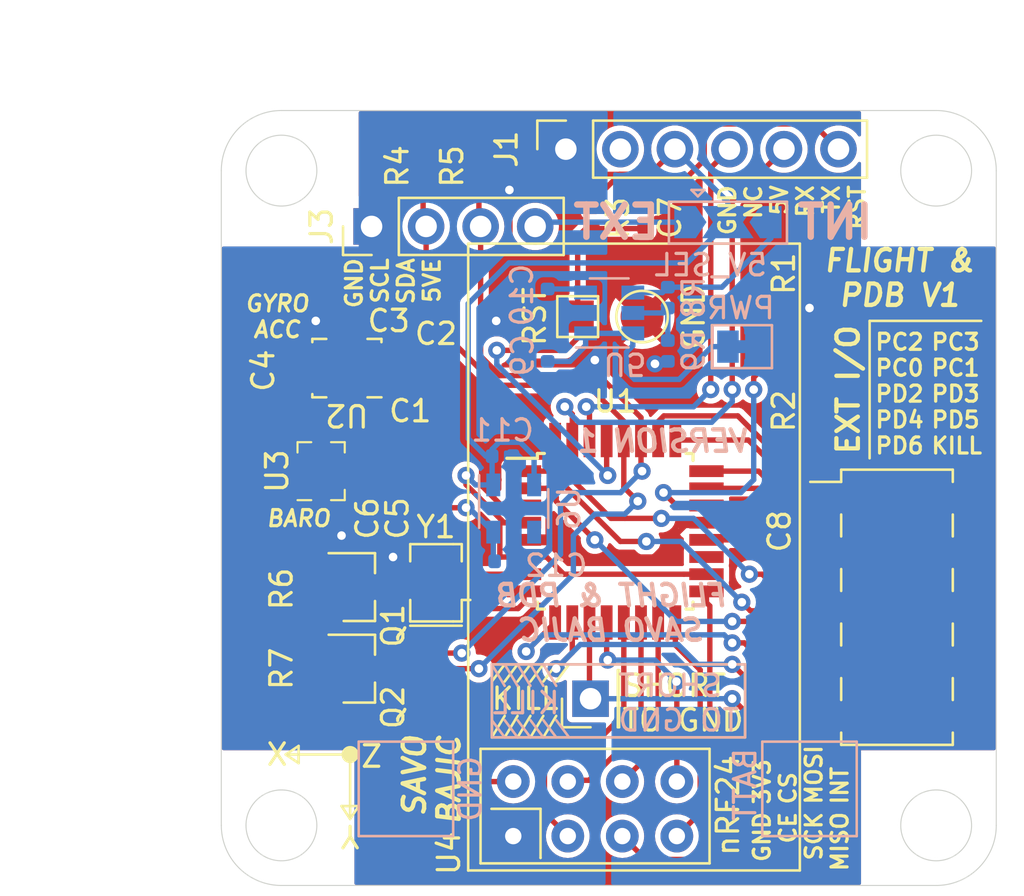
<source format=kicad_pcb>
(kicad_pcb (version 20221018) (generator pcbnew)
  (layers (0 "F.Cu" signal) (31 "B.Cu" signal) (34 "B.Paste" user) (35 "F.Paste" user) (36 "B.SilkS" user "B.Silkscreen") (37 "F.SilkS" user "F.Silkscreen") (38 "B.Mask" user) (39 "F.Mask" user) (44 "Edge.Cuts" user))
  (net 0 "")
  (net 1 "+3V3")
  (net 2 "GND")
  (net 3 "/SDA_5")
  (net 4 "/SDA_3")
  (net 5 "/SCL_5")
  (net 6 "/SCL_3")
  (net 7 "/RST")
  (net 8 "/BATT_LVL")
  (net 9 "+5V")
  (net 10 "Net-(U1-Pad8)")
  (net 11 "Net-(U1-Pad7)")
  (net 12 "Net-(C4-Pad2)")
  (net 13 "EXT_RST")
  (net 14 "TX")
  (net 15 "RX")
  (net 16 "/RF_INT")
  (net 17 "/SCK")
  (net 18 "/MISO")
  (net 19 "/MOSI")
  (net 20 "/RF_CS")
  (net 21 "/RF_CE")
  (net 22 "+BATT")
  (net 23 "Net-(C8-Pad2)")
  (net 24 "Net-(C10-Pad2)")
  (net 25 "+5F")
  (net 26 "KILL")
  (net 27 "PD6")
  (net 28 "PD5")
  (net 29 "PD4")
  (net 30 "PD3")
  (net 31 "PD2")
  (net 32 "PC3")
  (net 33 "PC2")
  (net 34 "PC1")
  (net 35 "Net-(JP1-Pad3)")
  (net 36 "Net-(R8-Pad2)")
  (net 37 "PC0")
  (net 38 "Net-(C9-Pad2)")
  (footprint "Package_TO_SOT_SMD:SOT-23" (layer "F.Cu") (at 88 133.6)
    (fp_text reference "Q1")
    (fp_text value "2N7002")
  )
  (footprint "Package_LGA:LGA-14_3x2.5mm_P0.5mm_LayoutBorder3x4y" (layer "F.Cu") (at 87.45 123.4 180)
    (fp_text reference "U2")
    (fp_text value "ICM-20600")
  )
  (footprint "Package_TO_SOT_SMD:SOT-23" (layer "F.Cu") (at 88 137.4)
    (fp_text reference "Q2")
    (fp_text value "2N7002")
  )
  (footprint "Package_LGA:Bosch_LGA-8_2x2.5mm_P0.65mm_ClockwisePinNumbering" (layer "F.Cu") (at 86.25 128.2 90)
    (fp_text reference "U3")
    (fp_text value "BMP280")
  )
  (footprint "RF_Module:nRF24L01_Breakout" (layer "F.Cu") (at 95.2 145.2 90)
    (fp_text reference "U4")
    (fp_text value "NRF24L01")
  )
  (footprint "Crystal:Resonator_SMD_muRata_CSTxExxV-3Pin_3.0x1.1mm" (layer "F.Cu") (at 91.6 133.4 90)
    (fp_text reference "Y1")
    (fp_text value "16MHz")
  )
  (footprint "Connector_PinSocket_2.54mm:PinSocket_1x06_P2.54mm_Vertical" (layer "F.Cu") (at 97.65 113.2 90)
    (fp_text reference "J1")
    (fp_text value "SERIAL_PROG")
  )
  (footprint "Capacitor_SMD:C_0402_1005Metric" (layer "F.Cu") (at 90.435 124.15)
    (fp_text reference "C1")
    (fp_text value "2u2")
  )
  (footprint "Capacitor_SMD:C_0402_1005Metric" (layer "F.Cu") (at 90.45 122.9)
    (fp_text reference "C2")
    (fp_text value "0u1")
  )
  (footprint "Capacitor_SMD:C_0402_1005Metric" (layer "F.Cu") (at 87.435 121.15 180)
    (fp_text reference "C3")
    (fp_text value "10n")
  )
  (footprint "Capacitor_SMD:C_0402_1005Metric" (layer "F.Cu") (at 84.8 123.515 -90)
    (fp_text reference "C4")
    (fp_text value "0u1")
  )
  (footprint "Capacitor_SMD:C_0402_1005Metric" (layer "F.Cu") (at 89.8 128.4 90)
    (fp_text reference "C5")
    (fp_text value "0u1")
  )
  (footprint "Capacitor_SMD:C_0402_1005Metric" (layer "F.Cu") (at 88.4 128.4 90)
    (fp_text reference "C6")
    (fp_text value "0u1")
  )
  (footprint "Capacitor_SMD:C_0402_1005Metric" (layer "F.Cu") (at 101.3 116.4 90)
    (fp_text reference "C7")
    (fp_text value "0u1")
  )
  (footprint "Resistor_SMD:R_0402_1005Metric" (layer "F.Cu") (at 107.8 121.085 -90)
    (fp_text reference "R1")
    (fp_text value "33k")
  )
  (footprint "Resistor_SMD:R_0402_1005Metric" (layer "F.Cu") (at 107.8 123.4 -90)
    (fp_text reference "R2")
    (fp_text value "10k")
  )
  (footprint "Resistor_SMD:R_0402_1005Metric" (layer "F.Cu") (at 98.9 116.415 -90)
    (fp_text reference "R3")
    (fp_text value "10k")
  )
  (footprint "Resistor_SMD:R_0402_1005Metric" (layer "F.Cu") (at 91 114 -90)
    (fp_text reference "R4")
    (fp_text value "10k")
  )
  (footprint "Resistor_SMD:R_0402_1005Metric" (layer "F.Cu") (at 85.6 133.685 -90)
    (fp_text reference "R6")
    (fp_text value "10k")
  )
  (footprint "Resistor_SMD:R_0402_1005Metric" (layer "F.Cu") (at 85.6 137.4 -90)
    (fp_text reference "R7")
    (fp_text value "10k")
  )
  (footprint "Capacitor_SMD:C_0402_1005Metric" (layer "F.Cu") (at 106.2 131 -90)
    (fp_text reference "C8")
    (fp_text value "0u1")
  )
  (footprint "Connector_PinHeader_2.54mm:PinHeader_1x04_P2.54mm_Vertical" (layer "F.Cu") (at 88.6 116.8 90)
    (fp_text reference "J3")
    (fp_text value "ESC_SDA")
  )
  (footprint "Connector_PinHeader_2.54mm:PinHeader_1x01_P2.54mm_Vertical" (layer "F.Cu") (at 98.8 138.8 90)
    (fp_text reference "J4" hide)
    (fp_text value "KILL_SWITCH")
  )
  (footprint "Connector_PinHeader_2.54mm:PinHeader_2x05_P2.54mm_Vertical_SMD" (layer "F.Cu") (at 113.075 134.54)
    (fp_text reference "J5" hide)
    (fp_text value "EXTRA_IO")
  )
  (footprint "TestPoint:TestPoint_Pad_1.5x1.5mm" (layer "F.Cu") (at 98.2 121)
    (fp_text reference "TP1" hide)
    (fp_text value "RST")
  )
  (footprint "TestPoint:TestPoint_Pad_D2.0mm" (layer "F.Cu") (at 101.2 121)
    (fp_text reference "TP3" hide)
    (fp_text value "GND")
  )
  (footprint "Package_QFP:TQFP-32_7x7mm_P0.8mm" (layer "F.Cu") (at 99.95 131)
    (fp_text reference "U1")
    (fp_text value "ATmega328P-AU")
  )
  (footprint "Resistor_SMD:R_0402_1005Metric" (layer "F.Cu") (at 93.6 114 -90)
    (fp_text reference "R5")
    (fp_text value "10k")
  )
  (footprint "Capacitor_SMD:C_0402_1005Metric" (layer "B.Cu") (at 96.8 122.6 -90)
    (fp_text reference "C9")
    (fp_text value "0u1")
  )
  (footprint "Capacitor_SMD:C_0402_1005Metric" (layer "B.Cu") (at 96.8 120.2 90)
    (fp_text reference "C10")
    (fp_text value "10n")
  )
  (footprint "Capacitor_SMD:C_0402_1005Metric" (layer "B.Cu") (at 94.7 127.5)
    (fp_text reference "C11")
    (fp_text value "1u")
  )
  (footprint "Capacitor_SMD:C_0402_1005Metric" (layer "B.Cu") (at 94.815 132.4)
    (fp_text reference "C12")
    (fp_text value "1u")
  )
  (footprint "Jumper:SolderJumper-3_P2.0mm_Open_TrianglePad1.0x1.5mm" (layer "B.Cu") (at 105.2 116.6)
    (fp_text reference "JP1" hide)
    (fp_text value "5V_SEL")
  )
  (footprint "Resistor_SMD:R_0402_1005Metric" (layer "B.Cu") (at 102.4 120.115 -90)
    (fp_text reference "R8")
    (fp_text value "30k")
  )
  (footprint "Resistor_SMD:R_0402_1005Metric" (layer "B.Cu") (at 102.4 122.6 -90)
    (fp_text reference "R9")
    (fp_text value "10k")
  )
  (footprint "Package_TO_SOT_SMD:SOT-23-6" (layer "B.Cu") (at 99.67 120.83)
    (fp_text reference "U5")
    (fp_text value "NJM11100")
  )
  (footprint "Package_TO_SOT_SMD:SOT-23-5" (layer "B.Cu") (at 95.22 129.94 -90)
    (fp_text reference "U6")
    (fp_text value "MIC5504-3.3YM5")
  )
  (footprint "TestPoint:TestPoint_Pad_4.0x4.0mm" (layer "B.Cu") (at 109 143)
    (fp_text reference "TP2" hide)
    (fp_text value "BATT")
  )
  (footprint "TestPoint:TestPoint_Pad_4.0x4.0mm" (layer "B.Cu") (at 90.2 143)
    (fp_text reference "TP4" hide)
    (fp_text value "GND")
  )
  (footprint "Jumper:SolderJumper-2_P1.3mm_Bridged_Pad1.0x1.5mm" (layer "B.Cu") (at 105.85 122.4)
    (fp_text reference "JP2" hide)
    (fp_text value "PWR")
  )
  (gr_line (start 106 137.2) (end 106 140.6) (stroke (width 0.12)) (layer "B.SilkS"))
  (gr_line (start 106 140.6) (end 94.2 140.6) (stroke (width 0.12)) (layer "B.SilkS"))
  (gr_line (start 94.2 137.2) (end 106 137.2) (stroke (width 0.12)) (layer "B.SilkS"))
  (gr_line (start 96 139.8) (end 96.6 140.6) (stroke (width 0.12)) (layer "B.SilkS"))
  (gr_line (start 94.8 137.2) (end 95.4 138.2) (stroke (width 0.12)) (layer "B.SilkS"))
  (gr_line (start 94.2 140.4) (end 94.2 137.4) (stroke (width 0.12)) (layer "B.SilkS"))
  (gr_line (start 97.2 139.8) (end 97.8 140.6) (stroke (width 0.12)) (layer "B.SilkS"))
  (gr_line (start 94.2 137.2) (end 94.8 138.2) (stroke (width 0.12)) (layer "B.SilkS"))
  (gr_line (start 95.4 139.8) (end 96 140.6) (stroke (width 0.12)) (layer "B.SilkS"))
  (gr_line (start 94.8 140.6) (end 95.2 140.6) (stroke (width 0.12)) (layer "B.SilkS"))
  (gr_line (start 96.6 137.2) (end 97.2 138.2) (stroke (width 0.12)) (layer "B.SilkS"))
  (gr_line (start 94.2 140.6) (end 94.2 137.2) (stroke (width 0.12)) (layer "B.SilkS"))
  (gr_line (start 96 137.2) (end 96.6 138.2) (stroke (width 0.12)) (layer "B.SilkS"))
  (gr_line (start 94.8 139.8) (end 95.4 140.6) (stroke (width 0.12)) (layer "B.SilkS"))
  (gr_line (start 96.6 139.8) (end 97.2 140.6) (stroke (width 0.12)) (layer "B.SilkS"))
  (gr_line (start 95.4 137.2) (end 96 138.2) (stroke (width 0.12)) (layer "B.SilkS"))
  (gr_line (start 94.2 139.8) (end 94.8 140.6) (stroke (width 0.12)) (layer "B.SilkS"))
  (gr_line (start 85.2 141.8) (end 84.6 141.4) (stroke (width 0.12)) (layer "F.SilkS"))
  (gr_line (start 87.6 141.4) (end 84.6 141.4) (stroke (width 0.12)) (layer "F.SilkS"))
  (gr_line (start 87.2 143.8) (end 87.6 144.4) (stroke (width 0.12)) (layer "F.SilkS"))
  (gr_line (start 106 137.2) (end 94.2 137.2) (stroke (width 0.12)) (layer "F.SilkS"))
  (gr_line (start 94.8 138) (end 95.4 137.2) (stroke (width 0.12)) (layer "F.SilkS"))
  (gr_line (start 95.4 138) (end 96 137.2) (stroke (width 0.12)) (layer "F.SilkS"))
  (gr_line (start 96 138) (end 96.6 137.2) (stroke (width 0.12)) (layer "F.SilkS"))
  (gr_line (start 96.6 138) (end 97.2 137.2) (stroke (width 0.12)) (layer "F.SilkS"))
  (gr_line (start 97.2 138) (end 97.8 137.2) (stroke (width 0.12)) (layer "F.SilkS"))
  (gr_line (start 94.8 140.6) (end 95.4 139.6) (stroke (width 0.12)) (layer "F.SilkS"))
  (gr_line (start 95.4 140.6) (end 96 139.6) (stroke (width 0.12)) (layer "F.SilkS"))
  (gr_line (start 96 140.6) (end 96.6 139.6) (stroke (width 0.12)) (layer "F.SilkS"))
  (gr_line (start 96.6 140.6) (end 97.2 139.6) (stroke (width 0.12)) (layer "F.SilkS"))
  (gr_line (start 84.6 141.4) (end 85.2 141) (stroke (width 0.12)) (layer "F.SilkS"))
  (gr_line (start 94.2 140.6) (end 106 140.6) (stroke (width 0.12)) (layer "F.SilkS"))
  (gr_line (start 87.6 141.4) (end 87.6 144.4) (stroke (width 0.12)) (layer "F.SilkS"))
  (gr_line (start 88 143.8) (end 87.2 143.8) (stroke (width 0.12)) (layer "F.SilkS"))
  (gr_circle (center 87.6 141.4) (end 87.6 141.6) (stroke (width 0.4)) (fill none) (layer "F.SilkS"))
  (gr_line (start 94.2 138) (end 94.8 137.2) (stroke (width 0.12)) (layer "F.SilkS"))
  (gr_line (start 111.8 121.2) (end 117 121.2) (stroke (width 0.12)) (layer "F.SilkS"))
  (gr_line (start 94.8 137.2) (end 95.2 137.2) (stroke (width 0.12)) (layer "F.SilkS"))
  (gr_line (start 111.8 127.6) (end 111.8 121.2) (stroke (width 0.12)) (layer "F.SilkS"))
  (gr_line (start 94.2 140.6) (end 94.8 139.6) (stroke (width 0.12)) (layer "F.SilkS"))
  (gr_line (start 106 140.6) (end 106 137.2) (stroke (width 0.12)) (layer "F.SilkS"))
  (gr_line (start 94.2 137.4) (end 94.2 140.4) (stroke (width 0.12)) (layer "F.SilkS"))
  (gr_line (start 85.2 141) (end 85.2 141.8) (stroke (width 0.12)) (layer "F.SilkS"))
  (gr_line (start 94.2 137.2) (end 94.2 140.6) (stroke (width 0.12)) (layer "F.SilkS"))
  (gr_line (start 87.6 144.4) (end 88 143.8) (stroke (width 0.12)) (layer "F.SilkS"))
  (gr_line (start 114.9 111.4) (end 84.4 111.4) (stroke (width 0.05)) (layer "Edge.Cuts"))
  (gr_arc (start 117.7 144.7) (mid 116.879899 146.679899) (end 114.9 147.5) (stroke (width 0.05)) (layer "Edge.Cuts"))
  (gr_line (start 117.7 144.7) (end 117.7 114.2) (stroke (width 0.05)) (layer "Edge.Cuts"))
  (gr_circle (center 114.9 144.7) (end 116.55 144.7) (stroke (width 0.05)) (fill none) (layer "Edge.Cuts"))
  (gr_circle (center 84.4 114.2) (end 86.05 114.2) (stroke (width 0.05)) (fill none) (layer "Edge.Cuts"))
  (gr_circle (center 114.9 114.2) (end 116.55 114.2) (stroke (width 0.05)) (fill none) (layer "Edge.Cuts"))
  (gr_line (start 81.6 114.2) (end 81.6 144.7) (stroke (width 0.05)) (layer "Edge.Cuts"))
  (gr_arc (start 114.9 111.4) (mid 116.879899 112.220101) (end 117.7 114.2) (stroke (width 0.05)) (layer "Edge.Cuts"))
  (gr_arc (start 84.4 147.5) (mid 82.420101 146.679899) (end 81.6 144.7) (stroke (width 0.05)) (layer "Edge.Cuts"))
  (gr_arc (start 81.6 114.2) (mid 82.420101 112.220101) (end 84.4 111.4) (stroke (width 0.05)) (layer "Edge.Cuts"))
  (gr_line (start 114.9 147.5) (end 84.4 147.5) (stroke (width 0.05)) (layer "Edge.Cuts"))
  (gr_circle (center 84.4 144.7) (end 86.05 144.7) (stroke (width 0.05)) (fill none) (layer "Edge.Cuts"))
  (gr_text "SHORT\nTO GND" (at 100 139) (layer "B.SilkS") (effects (font (size 1 1)) (justify right mirror)))
  (gr_text "KILL" (at 94.154762 139) (layer "B.SilkS") (effects (font (size 1 1)) (justify right mirror)))
  (gr_text "FLIGHT & PDB\nSAVO BAJIC" (at 99.8 134.8) (layer "B.SilkS") (effects (font (size 1 1) (thickness 0.2) italic) (justify mirror)))
  (gr_text "INT" (at 110.2 116.6) (layer "B.SilkS") (effects (font (size 1.5 1.5) (thickness 0.3)) (justify mirror)))
  (gr_text "VERSION 1" (at 102.2 126.8) (layer "B.SilkS") (effects (font (size 1 1) (thickness 0.2) italic) (justify mirror)))
  (gr_text "EXT" (at 100 116.6) (layer "B.SilkS") (effects (font (size 1.5 1.5) (thickness 0.3)) (justify mirror)))
  (gr_text "KILL" (at 97.4 138.8) (layer "F.SilkS") (effects (font (size 1 1)) (justify right)))
  (gr_text "SAVO\nBAJIC" (at 91.4 140.4 90) (layer "F.SilkS") (effects (font (size 1 1) (thickness 0.2) italic) (justify right)))
  (gr_text "nRF24" (at 105.2 146.2 90) (layer "F.SilkS") (effects (font (size 1 1)) (justify left)))
  (gr_text "GND\nSCL\nSDA\n5VE" (at 89.6 118.2 90) (layer "F.SilkS") (effects (font (size 0.75 0.75)) (justify right)))
  (gr_text "PC3\nPC1\nPD3\nPD5\nKILL" (at 114.6 124.6) (layer "F.SilkS") (effects (font (size 0.75 0.75)) (justify left)))
  (gr_text "BARO" (at 85.2 130.4) (layer "F.SilkS") (effects (font (size 0.75 0.75) (thickness 0.15) italic)))
  (gr_text "GND\nCE\nSCK\nMISO" (at 108.6 144 90) (layer "F.SilkS") (effects (font (size 0.75 0.75)) (justify right)))
  (gr_text "X" (at 84.2 141.4) (layer "F.SilkS") (effects (font (size 1 1))))
  (gr_text "EXT I/O" (at 110.8 124.4 90) (layer "F.SilkS") (effects (font (size 1 1) (thickness 0.2))))
  (gr_text "GYRO\nACC" (at 84.2 121) (layer "F.SilkS") (effects (font (size 0.75 0.75) (thickness 0.15) italic)))
  (gr_text "Z" (at 88.6 141.4 180) (layer "F.SilkS") (effects (font (size 1 1))))
  (gr_text "3V3\nCS\nMOSI\nINT" (at 108.6 143.8 90) (layer "F.SilkS") (effects (font (size 0.75 0.75)) (justify left)))
  (gr_text "SHORT\nTO GND" (at 100.2 139) (layer "F.SilkS") (effects (font (size 1 1)) (justify left)))
  (gr_text "GND\nNC\n5V\nRX\nTX\nRST" (at 108.2 114.8 90) (layer "F.SilkS") (effects (font (size 0.75 0.75)) (justify right)))
  (gr_text "FLIGHT &\nPDB V1" (at 113.2 119.2) (layer "F.SilkS") (effects (font (size 1 1) (thickness 0.2) italic)))
  (gr_text "PC2\nPC0\nPD2\nPD4\nPD6" (at 114.4 124.6) (layer "F.SilkS") (effects (font (size 0.75 0.75)) (justify right)))
  (gr_text "Y" (at 87.6 145.2 180) (layer "F.SilkS") (effects (font (size 1 1))))
  (segment (start 89.818232 127.915) (end 90.44501 128.541778) (width 0.25) (layer "F.Cu") (net 1))
  (segment (start 89.95 124.15) (end 89.95 122.915) (width 0.25) (layer "F.Cu") (net 1))
  (segment (start 85.299999 121.536001) (end 85.299999 120.863999) (width 0.2) (layer "F.Cu") (net 1))
  (segment (start 90.44501 128.541778) (end 90.44501 129.90499) (width 0.25) (layer "F.Cu") (net 1))
  (segment (start 89.8 127.915) (end 89.818232 127.915) (width 0.25) (layer "F.Cu") (net 1))
  (segment (start 85.663999 120.499999) (end 87.589999 120.499999) (width 0.2) (layer "F.Cu") (net 1))
  (segment (start 89.001048 124.17501) (end 88.6125 124.17501) (width 0.25) (layer "F.Cu") (net 1))
  (segment (start 86.2875 122.65) (end 86.2875 122.523502) (width 0.2) (layer "F.Cu") (net 1))
  (segment (start 89.95 122.915) (end 89.965 122.9) (width 0.25) (layer "F.Cu") (net 1))
  (segment (start 88.4 127.915) (end 87.09 127.915) (width 0.25) (layer "F.Cu") (net 1))
  (segment (start 86.460002 129.175) (end 85.810002 128.525) (width 0.25) (layer "F.Cu") (net 1))
  (segment (start 86.460002 127.875) (end 85.810002 128.525) (width 0.25) (layer "F.Cu") (net 1))
  (segment (start 87.7 136.45) (end 87 136.45) (width 0.25) (layer "F.Cu") (net 1))
  (segment (start 87.05 127.875) (end 86.460002 127.875) (width 0.25) (layer "F.Cu") (net 1))
  (segment (start 87.97501 122.098952) (end 87.97501 122.22499) (width 0.25) (layer "F.Cu") (net 1))
  (segment (start 87 136.45) (end 86.065 136.45) (width 0.25) (layer "F.Cu") (net 1))
  (segment (start 87.589999 120.499999) (end 87.92 120.83) (width 0.2) (layer "F.Cu") (net 1))
  (segment (start 87.775001 137.610003) (end 87.775001 136.374999) (width 0.25) (layer "F.Cu") (net 1))
  (segment (start 89.026058 124.15) (end 89.001048 124.17501) (width 0.25) (layer "F.Cu") (net 1))
  (segment (start 89.95 124.15) (end 89.026058 124.15) (width 0.25) (layer "F.Cu") (net 1))
  (segment (start 95.2 142.66) (end 92.824998 142.66) (width 0.25) (layer "F.Cu") (net 1))
  (segment (start 86.065 136.45) (end 85.6 136.915) (width 0.25) (layer "F.Cu") (net 1))
  (segment (start 87.92 122.043942) (end 87.97501 122.098952) (width 0.25) (layer "F.Cu") (net 1))
  (segment (start 85.299999 120.863999) (end 85.663999 120.499999) (width 0.2) (layer "F.Cu") (net 1))
  (segment (start 92.99501 129.90499) (end 93 129.9) (width 0.25) (layer "F.Cu") (net 1))
  (segment (start 87 132.65) (end 86.15 132.65) (width 0.25) (layer "F.Cu") (net 1))
  (segment (start 87.7 132.65) (end 87 132.65) (width 0.25) (layer "F.Cu") (net 1))
  (segment (start 86.15 132.65) (end 85.6 133.2) (width 0.25) (layer "F.Cu") (net 1))
  (segment (start 89.965 122.58) (end 89.965 122.9) (width 0.25) (layer "F.Cu") (net 1))
  (segment (start 86.2875 122.523502) (end 85.299999 121.536001) (width 0.2) (layer "F.Cu") (net 1))
  (segment (start 87.05 127.875) (end 87.05 127.225) (width 0.25) (layer "F.Cu") (net 1))
  (segment (start 88.4 127.915) (end 89.8 127.915) (width 0.25) (layer "F.Cu") (net 1))
  (segment (start 90.44501 129.90499) (end 92.99501 129.90499) (width 0.25) (layer "F.Cu") (net 1))
  (segment (start 88.07501 122.12499) (end 89.50999 122.12499) (width 0.25) (layer "F.Cu") (net 1))
  (segment (start 87.09 127.915) (end 87.05 127.875) (width 0.25) (layer "F.Cu") (net 1))
  (segment (start 87.05 127.225) (end 87.05 126.8) (width 0.25) (layer "F.Cu") (net 1))
  (segment (start 89.50999 122.12499) (end 89.965 122.58) (width 0.25) (layer "F.Cu") (net 1))
  (segment (start 87.92 121.15) (end 87.92 122.043942) (width 0.25) (layer "F.Cu") (net 1))
  (segment (start 87.92 120.83) (end 87.92 121.15) (width 0.2) (layer "F.Cu") (net 1))
  (segment (start 87.775001 132.725001) (end 87.775001 136.374999) (width 0.25) (layer "F.Cu") (net 1))
  (segment (start 90.44501 129.90499) (end 87.7 132.65) (width 0.25) (layer "F.Cu") (net 1))
  (segment (start 87.7 132.65) (end 87.775001 132.725001) (width 0.25) (layer "F.Cu") (net 1))
  (segment (start 85.810002 128.525) (end 85.45 128.525) (width 0.25) (layer "F.Cu") (net 1))
  (segment (start 87.05 126.8) (end 88.6125 125.2375) (width 0.25) (layer "F.Cu") (net 1))
  (segment (start 87.05 129.175) (end 86.460002 129.175) (width 0.25) (layer "F.Cu") (net 1))
  (segment (start 92.824998 142.66) (end 87.775001 137.610003) (width 0.25) (layer "F.Cu") (net 1))
  (segment (start 87.775001 136.374999) (end 87.7 136.45) (width 0.25) (layer "F.Cu") (net 1))
  (segment (start 87.97501 122.22499) (end 88.07501 122.12499) (width 0.25) (layer "F.Cu") (net 1))
  (segment (start 88.6125 125.2375) (end 88.6125 124.17501) (width 0.25) (layer "F.Cu") (net 1))
  (via (at 93 129.9) (size 0.8) (drill 0.4) (layers "F.Cu" "B.Cu") (net 1))
  (segment (start 94.27 131.04) (end 94.27 132.34) (width 0.25) (layer "B.Cu") (net 1))
  (segment (start 93 129.9) (end 93.13 129.9) (width 0.25) (layer "B.Cu") (net 1))
  (segment (start 93.13 129.9) (end 94.27 131.04) (width 0.25) (layer "B.Cu") (net 1))
  (segment (start 94.27 132.34) (end 94.33 132.4) (width 0.25) (layer "B.Cu") (net 1))
  (segment (start 98.726999 132.200001) (end 101.739997 132.200001) (width 0.25) (layer "F.Cu") (net 2))
  (segment (start 91.6 133.4) (end 90.4 133.4) (width 0.25) (layer "F.Cu") (net 2))
  (segment (start 104.2 130.6) (end 106.115 130.6) (width 0.25) (layer "F.Cu") (net 2))
  (segment (start 106.115 130.6) (end 106.2 130.515) (width 0.25) (layer "F.Cu") (net 2))
  (segment (start 99.42499 122.6) (end 99.6 122.6) (width 0.25) (layer "F.Cu") (net 2))
  (segment (start 93.725001 126.660001) (end 91.215 124.15) (width 0.25) (layer "F.Cu") (net 2))
  (segment (start 90.4 133.4) (end 89.6 132.6) (width 0.25) (layer "F.Cu") (net 2))
  (segment (start 101.8 123.2) (end 100.2 123.2) (width 0.25) (layer "F.Cu") (net 2))
  (segment (start 86.323593 129.675001) (end 87.904999 129.675001) (width 0.25) (layer "F.Cu") (net 2))
  (segment (start 86.05 121.15) (end 86 121.2) (width 0.2) (layer "F.Cu") (net 2))
  (segment (start 96.24499 112.89499) (end 96.55 113.2) (width 0.25) (layer "F.Cu") (net 2))
  (segment (start 94.405 121.2) (end 95.044999 120.560001) (width 0.25) (layer "F.Cu") (net 2))
  (segment (start 96.825001 131.324999) (end 96.75 131.4) (width 0.25) (layer "F.Cu") (net 2))
  (segment (start 87.904999 129.675001) (end 88.4 129.18) (width 0.25) (layer "F.Cu") (net 2))
  (segment (start 85.45 129.175) (end 85.823592 129.175) (width 0.25) (layer "F.Cu") (net 2))
  (segment (start 95.044999 120.560001) (end 95.044999 115.124278) (width 0.25) (layer "F.Cu") (net 2))
  (segment (start 94.65 129.8) (end 93.725001 128.875001) (width 0.25) (layer "F.Cu") (net 2))
  (segment (start 90.935 124.135) (end 90.92 124.15) (width 0.25) (layer "F.Cu") (net 2))
  (segment (start 101.739997 132.200001) (end 103.339998 130.6) (width 0.25) (layer "F.Cu") (net 2))
  (segment (start 88.6 116.8) (end 88.6 114.926768) (width 0.25) (layer "F.Cu") (net 2))
  (segment (start 90.631778 112.89499) (end 96.24499 112.89499) (width 0.25) (layer "F.Cu") (net 2))
  (segment (start 88.6 114.926768) (end 90.631778 112.89499) (width 0.25) (layer "F.Cu") (net 2))
  (segment (start 89.6 132.6) (end 89.6 132.2) (width 0.25) (layer "F.Cu") (net 2))
  (segment (start 93.725001 128.875001) (end 93.725001 126.660001) (width 0.25) (layer "F.Cu") (net 2))
  (segment (start 86.95 122.4875) (end 87.45 122.4875) (width 0.2) (layer "F.Cu") (net 2))
  (segment (start 85.823592 129.175) (end 86.323593 129.675001) (width 0.25) (layer "F.Cu") (net 2))
  (segment (start 89.8 128.885) (end 88.4 128.885) (width 0.25) (layer "F.Cu") (net 2))
  (segment (start 87.05 128.525) (end 88.04 128.525) (width 0.25) (layer "F.Cu") (net 2))
  (segment (start 95.7 129.8) (end 96.560002 129.8) (width 0.25) (layer "F.Cu") (net 2))
  (segment (start 99 123.02499) (end 99.42499 122.6) (width 0.25) (layer "F.Cu") (net 2))
  (segment (start 86.95 121.15) (end 86.05 121.15) (width 0.2) (layer "F.Cu") (net 2))
  (segment (start 96.825001 130.064999) (end 96.825001 131.324999) (width 0.25) (layer "F.Cu") (net 2))
  (segment (start 96.560002 129.8) (end 96.825001 130.064999) (width 0.25) (layer "F.Cu") (net 2))
  (segment (start 96.55 113.2) (end 97.65 113.2) (width 0.25) (layer "F.Cu") (net 2))
  (segment (start 88.04 128.525) (end 88.4 128.885) (width 0.25) (layer "F.Cu") (net 2))
  (segment (start 97.926998 131.4) (end 98.726999 132.200001) (width 0.25) (layer "F.Cu") (net 2))
  (segment (start 100.2 123.2) (end 99.6 122.6) (width 0.25) (layer "F.Cu") (net 2))
  (segment (start 88.4 128.885) (end 88.4 130) (width 0.25) (layer "F.Cu") (net 2))
  (segment (start 95.7 131.4) (end 97.926998 131.4) (width 0.25) (layer "F.Cu") (net 2))
  (segment (start 88.4 130) (end 87.2 131.2) (width 0.25) (layer "F.Cu") (net 2))
  (segment (start 95.7 129.8) (end 94.65 129.8) (width 0.25) (layer "F.Cu") (net 2))
  (segment (start 95.044999 115.124278) (end 95.020722 115.100001) (width 0.25) (layer "F.Cu") (net 2))
  (segment (start 88.4 129.18) (end 88.4 128.885) (width 0.25) (layer "F.Cu") (net 2))
  (segment (start 91.215 124.15) (end 90.92 124.15) (width 0.25) (layer "F.Cu") (net 2))
  (segment (start 103.339998 130.6) (end 104.2 130.6) (width 0.25) (layer "F.Cu") (net 2))
  (segment (start 99.6 122.6) (end 101.2 121) (width 0.25) (layer "F.Cu") (net 2))
  (segment (start 96.75 131.4) (end 95.7 131.4) (width 0.25) (layer "F.Cu") (net 2))
  (segment (start 86.95 121.15) (end 86.95 122.4875) (width 0.2) (layer "F.Cu") (net 2))
  (segment (start 90.935 122.9) (end 90.935 124.135) (width 0.25) (layer "F.Cu") (net 2))
  (via (at 95.020722 115.100001) (size 0.8) (drill 0.4) (layers "F.Cu" "B.Cu") (net 2))
  (via (at 89.6 132.2) (size 0.8) (drill 0.4) (layers "F.Cu" "B.Cu") (net 2))
  (via (at 101.8 123.2) (size 0.8) (drill 0.4) (layers "F.Cu" "B.Cu") (net 2))
  (via (at 86 121.2) (size 0.8) (drill 0.4) (layers "F.Cu" "B.Cu") (net 2))
  (via (at 87.2 131.2) (size 0.8) (drill 0.4) (layers "F.Cu" "B.Cu") (net 2))
  (via (at 99 123.02499) (size 0.8) (drill 0.4) (layers "F.Cu" "B.Cu") (net 2))
  (via (at 94.405 121.2) (size 0.8) (drill 0.4) (layers "F.Cu" "B.Cu") (net 2))
  (segment (start 96.8 120.685) (end 94.92 120.685) (width 0.25) (layer "B.Cu") (net 2))
  (segment (start 88.2 132.2) (end 87.2 131.2) (width 0.25) (layer "B.Cu") (net 2))
  (segment (start 102.4 123.085) (end 101.915 123.085) (width 0.25) (layer "B.Cu") (net 2))
  (segment (start 96.431778 123.70501) (end 96.15499 123.428222) (width 0.25) (layer "B.Cu") (net 2))
  (segment (start 95.185 127.5) (end 95.185 128.805) (width 0.25) (layer "B.Cu") (net 2))
  (segment (start 97.65 114.3) (end 97.65 113.2) (width 0.25) (layer "B.Cu") (net 2))
  (segment (start 101.915 123.085) (end 101.8 123.2) (width 0.25) (layer "B.Cu") (net 2))
  (segment (start 87.2 131.2) (end 90.2 134.2) (width 0.25) (layer "B.Cu") (net 2))
  (segment (start 98.31998 123.70501) (end 99 123.02499) (width 0.25) (layer "B.Cu") (net 2))
  (segment (start 89.6 132.2) (end 88.2 132.2) (width 0.25) (layer "B.Cu") (net 2))
  (segment (start 98.245295 123.70501) (end 96.431778 123.70501) (width 0.25) (layer "B.Cu") (net 2))
  (segment (start 96.15499 123.428222) (end 96.15499 122.44001) (width 0.25) (layer "B.Cu") (net 2))
  (segment (start 95.3 128.92) (end 95.22 128.84) (width 0.25) (layer "B.Cu") (net 2))
  (segment (start 96.945 120.83) (end 96.8 120.685) (width 0.25) (layer "B.Cu") (net 2))
  (segment (start 96.15499 122.44001) (end 96.48 122.115) (width 0.25) (layer "B.Cu") (net 2))
  (segment (start 95.3 132.4) (end 95.3 128.92) (width 0.25) (layer "B.Cu") (net 2))
  (segment (start 98.57 120.83) (end 96.945 120.83) (width 0.25) (layer "B.Cu") (net 2))
  (segment (start 95.020722 115.100001) (end 96.849999 115.100001) (width 0.25) (layer "B.Cu") (net 2))
  (segment (start 96.8 122.115) (end 96.8 120.685) (width 0.25) (layer "B.Cu") (net 2))
  (segment (start 96.849999 115.100001) (end 97.65 114.3) (width 0.25) (layer "B.Cu") (net 2))
  (segment (start 95.185 128.805) (end 95.22 128.84) (width 0.25) (layer "B.Cu") (net 2))
  (segment (start 94.92 120.685) (end 94.405 121.2) (width 0.25) (layer "B.Cu") (net 2))
  (segment (start 90.2 134.2) (end 90.2 143) (width 0.25) (layer "B.Cu") (net 2))
  (segment (start 98.245295 123.70501) (end 98.31998 123.70501) (width 0.25) (layer "B.Cu") (net 2))
  (segment (start 96.48 122.115) (end 96.8 122.115) (width 0.25) (layer "B.Cu") (net 2))
  (segment (start 93.68 122.84359) (end 94.5864 123.74999) (width 0.25) (layer "F.Cu") (net 3))
  (segment (start 94.5864 123.74999) (end 99.19999 123.74999) (width 0.25) (layer "F.Cu") (net 3))
  (segment (start 89 133.6) (end 89 134.25) (width 0.25) (layer "F.Cu") (net 3))
  (segment (start 101.15 126.75) (end 101.15 128.15) (width 0.25) (layer "F.Cu") (net 3))
  (segment (start 89 134.25) (end 91.425 136.675) (width 0.25) (layer "F.Cu") (net 3))
  (segment (start 101.15 125.7) (end 101.15 126.75) (width 0.25) (layer "F.Cu") (net 3))
  (segment (start 99.19999 123.74999) (end 101.15 125.7) (width 0.25) (layer "F.Cu") (net 3))
  (segment (start 93.6 116.72) (end 93.68 116.8) (width 0.25) (layer "F.Cu") (net 3))
  (segment (start 93.68 121.92) (end 93.68 122.84359) (width 0.25) (layer "F.Cu") (net 3))
  (segment (start 91.425 136.675) (end 92.8 136.675) (width 0.25) (layer "F.Cu") (net 3))
  (segment (start 93.6 114.485) (end 93.6 116.72) (width 0.25) (layer "F.Cu") (net 3))
  (segment (start 93.68 116.8) (end 93.68 121.92) (width 0.25) (layer "F.Cu") (net 3))
  (segment (start 101.15 128.15) (end 101.2 128.2) (width 0.25) (layer "F.Cu") (net 3))
  (via (at 101.2 128.2) (size 0.8) (drill 0.4) (layers "F.Cu" "B.Cu") (net 3))
  (via (at 92.8 136.675) (size 0.8) (drill 0.4) (layers "F.Cu" "B.Cu") (net 3))
  (segment (start 100.2 129.2) (end 98 129.2) (width 0.25) (layer "B.Cu") (net 3))
  (segment (start 97.4 132.075) (end 97.4 129.8) (width 0.25) (layer "B.Cu") (net 3))
  (segment (start 100.274999 129.125001) (end 100.2 129.2) (width 0.25) (layer "B.Cu") (net 3))
  (segment (start 92.8 136.675) (end 97.4 132.075) (width 0.25) (layer "B.Cu") (net 3))
  (segment (start 98 129.2) (end 97.4 129.8) (width 0.25) (layer "B.Cu") (net 3))
  (segment (start 101.2 128.2) (end 100.274999 129.125001) (width 0.25) (layer "B.Cu") (net 3))
  (segment (start 85.858948 127.875) (end 86.499999 127.233949) (width 0.2) (layer "F.Cu") (net 4))
  (segment (start 87.95 124.815698) (end 87.95 124.625) (width 0.2) (layer "F.Cu") (net 4))
  (segment (start 85.28 134.17) (end 84.874999 133.764999) (width 0.25) (layer "F.Cu") (net 4))
  (segment (start 85.98 134.55) (end 85.6 134.17) (width 0.25) (layer "F.Cu") (net 4))
  (segment (start 84.95 127.875) (end 85.45 127.875) (width 0.25) (layer "F.Cu") (net 4))
  (segment (start 85.41 127.915) (end 85.45 127.875) (width 0.25) (layer "F.Cu") (net 4))
  (segment (start 85.45 127.875) (end 85.858948 127.875) (width 0.2) (layer "F.Cu") (net 4))
  (segment (start 86.499999 127.233949) (end 86.499999 126.265699) (width 0.2) (layer "F.Cu") (net 4))
  (segment (start 86.499999 126.265699) (end 87.95 124.815698) (width 0.2) (layer "F.Cu") (net 4))
  (segment (start 87 134.55) (end 85.98 134.55) (width 0.25) (layer "F.Cu") (net 4))
  (segment (start 84.874999 127.950001) (end 84.95 127.875) (width 0.25) (layer "F.Cu") (net 4))
  (segment (start 84.874999 133.764999) (end 84.874999 127.950001) (width 0.25) (layer "F.Cu") (net 4))
  (segment (start 87.95 124.625) (end 87.95 124.3125) (width 0.2) (layer "F.Cu") (net 4))
  (segment (start 85.6 134.17) (end 85.28 134.17) (width 0.25) (layer "F.Cu") (net 4))
  (segment (start 91 114.485) (end 91 116.66) (width 0.25) (layer "F.Cu") (net 5))
  (segment (start 91 116.66) (end 91.14 116.8) (width 0.25) (layer "F.Cu") (net 5))
  (segment (start 94.4 124.2) (end 91.14 120.94) (width 0.25) (layer "F.Cu") (net 5))
  (segment (start 89 137.4) (end 93.6 137.4) (width 0.25) (layer "F.Cu") (net 5))
  (segment (start 100.35 126.75) (end 100.35 128.95) (width 0.25) (layer "F.Cu") (net 5))
  (segment (start 98.673002 124.2) (end 94.4 124.2) (width 0.25) (layer "F.Cu") (net 5))
  (segment (start 100.35 128.95) (end 101 129.6) (width 0.25) (layer "F.Cu") (net 5))
  (segment (start 91.14 120.94) (end 91.14 116.8) (width 0.25) (layer "F.Cu") (net 5))
  (segment (start 100.35 126.75) (end 100.35 125.876998) (width 0.25) (layer "F.Cu") (net 5))
  (segment (start 100.35 125.876998) (end 98.673002 124.2) (width 0.25) (layer "F.Cu") (net 5))
  (via (at 93.6 137.4) (size 0.8) (drill 0.4) (layers "F.Cu" "B.Cu") (net 5))
  (via (at 101 129.6) (size 0.8) (drill 0.4) (layers "F.Cu" "B.Cu") (net 5))
  (segment (start 100.4 130.2) (end 99 130.2) (width 0.25) (layer "B.Cu") (net 5))
  (segment (start 98 131.2) (end 98 132.8) (width 0.25) (layer "B.Cu") (net 5))
  (segment (start 93.6 137.4) (end 98 133) (width 0.25) (layer "B.Cu") (net 5))
  (segment (start 101 129.6) (end 100.4 130.2) (width 0.25) (layer "B.Cu") (net 5))
  (segment (start 99 130.2) (end 98 131.2) (width 0.25) (layer "B.Cu") (net 5))
  (segment (start 98 133) (end 98 132.8) (width 0.25) (layer "B.Cu") (net 5))
  (segment (start 87.45 124.3125) (end 87.45 124.75) (width 0.2) (layer "F.Cu") (net 6))
  (segment (start 84.424989 137.029989) (end 85.28 137.885) (width 0.25) (layer "F.Cu") (net 6))
  (segment (start 87.45 124.75) (end 85.45 126.75) (width 0.2) (layer "F.Cu") (net 6))
  (segment (start 84.96359 127.225) (end 84.424989 127.763601) (width 0.25) (layer "F.Cu") (net 6))
  (segment (start 87 138.35) (end 86.065 138.35) (width 0.25) (layer "F.Cu") (net 6))
  (segment (start 84.424989 127.763601) (end 84.424989 137.029989) (width 0.25) (layer "F.Cu") (net 6))
  (segment (start 85.45 126.75) (end 85.45 127.225) (width 0.2) (layer "F.Cu") (net 6))
  (segment (start 86.065 138.35) (end 85.6 137.885) (width 0.25) (layer "F.Cu") (net 6))
  (segment (start 85.45 127.225) (end 85.425 127.225) (width 0.25) (layer "F.Cu") (net 6))
  (segment (start 85.45 127.225) (end 84.96359 127.225) (width 0.25) (layer "F.Cu") (net 6))
  (segment (start 85.28 137.885) (end 85.6 137.885) (width 0.25) (layer "F.Cu") (net 6))
  (segment (start 101.285 116.9) (end 101.3 116.885) (width 0.25) (layer "F.Cu") (net 7))
  (segment (start 94.433358 122.571642) (end 97.628358 122.571642) (width 0.25) (layer "F.Cu") (net 7))
  (segment (start 97.628358 122.571642) (end 98.2 122) (width 0.25) (layer "F.Cu") (net 7))
  (segment (start 98.2 117.28) (end 98.58 116.9) (width 0.25) (layer "F.Cu") (net 7))
  (segment (start 98.2 121) (end 98.2 117.28) (width 0.25) (layer "F.Cu") (net 7))
  (segment (start 98.9 116.9) (end 101.285 116.9) (width 0.25) (layer "F.Cu") (net 7))
  (segment (start 99.55 126.75) (end 99.55 128.35) (width 0.25) (layer "F.Cu") (net 7))
  (segment (start 98.58 116.9) (end 98.9 116.9) (width 0.25) (layer "F.Cu") (net 7))
  (segment (start 99.55 128.35) (end 99.6 128.4) (width 0.25) (layer "F.Cu") (net 7))
  (segment (start 98.2 122) (end 98.2 121) (width 0.25) (layer "F.Cu") (net 7))
  (via (at 94.433358 122.571642) (size 0.8) (drill 0.4) (layers "F.Cu" "B.Cu") (net 7))
  (via (at 99.6 128.4) (size 0.8) (drill 0.4) (layers "F.Cu" "B.Cu") (net 7))
  (segment (start 94.433358 123.233358) (end 94.433358 122.571642) (width 0.25) (layer "B.Cu") (net 7))
  (segment (start 99.6 128.4) (end 94.433358 123.233358) (width 0.25) (layer "B.Cu") (net 7))
  (segment (start 106.4 123.834315) (end 107.319315 122.915) (width 0.25) (layer "F.Cu") (net 8))
  (segment (start 107.48 122.915) (end 107.8 122.915) (width 0.25) (layer "F.Cu") (net 8))
  (segment (start 107.319315 122.915) (end 107.48 122.915) (width 0.25) (layer "F.Cu") (net 8))
  (segment (start 106.4 124.4) (end 106.4 123.834315) (width 0.25) (layer "F.Cu") (net 8))
  (segment (start 104.2 129.8) (end 102.8 129.8) (width 0.25) (layer "F.Cu") (net 8))
  (segment (start 107.8 121.57) (end 107.8 122.915) (width 0.25) (layer "F.Cu") (net 8))
  (segment (start 102.8 129.8) (end 102.2 129.2) (width 0.25) (layer "F.Cu") (net 8))
  (via (at 106.4 124.4) (size 0.8) (drill 0.4) (layers "F.Cu" "B.Cu") (net 8))
  (via (at 102.2 129.2) (size 0.8) (drill 0.4) (layers "F.Cu" "B.Cu") (net 8))
  (segment (start 102.2 129.2) (end 105.8 129.2) (width 0.25) (layer "B.Cu") (net 8))
  (segment (start 106.4 125) (end 106.4 124.4) (width 0.25) (layer "B.Cu") (net 8))
  (segment (start 106.4 128.6) (end 106.4 125) (width 0.25) (layer "B.Cu") (net 8))
  (segment (start 105.8 129.2) (end 106.4 128.6) (width 0.25) (layer "B.Cu") (net 8))
  (segment (start 94.574999 132.124999) (end 94.574999 130.675001) (width 0.25) (layer "F.Cu") (net 9))
  (segment (start 93 128.4) (end 93 128.826998) (width 0.25) (layer "F.Cu") (net 9))
  (segment (start 94.574999 130.675001) (end 94.65 130.6) (width 0.25) (layer "F.Cu") (net 9))
  (segment (start 91 113.515) (end 91.32 113.515) (width 0.25) (layer "F.Cu") (net 9))
  (segment (start 95.7 132.2) (end 94.65 132.2) (width 0.25) (layer "F.Cu") (net 9))
  (segment (start 98.9 115.635) (end 100.159999 114.375001) (width 0.25) (layer "F.Cu") (net 9))
  (segment (start 95.7 132.2) (end 96.75 132.2) (width 0.25) (layer "F.Cu") (net 9))
  (segment (start 94.65 130.6) (end 95.7 130.6) (width 0.25) (layer "F.Cu") (net 9))
  (segment (start 101.554999 114.375001) (end 100.959999 114.375001) (width 0.25) (layer "F.Cu") (net 9))
  (segment (start 94.780001 114.375001) (end 101.554999 114.375001) (width 0.25) (layer "F.Cu") (net 9))
  (segment (start 94.773002 130.6) (end 95.7 130.6) (width 0.25) (layer "F.Cu") (net 9))
  (segment (start 98.9 115.93) (end 98.9 115.635) (width 0.25) (layer "F.Cu") (net 9))
  (segment (start 101.880001 114.049999) (end 102.73 113.2) (width 0.25) (layer "F.Cu") (net 9))
  (segment (start 97.55 133) (end 103.15 133) (width 0.25) (layer "F.Cu") (net 9))
  (segment (start 94.65 132.2) (end 94.574999 132.124999) (width 0.25) (layer "F.Cu") (net 9))
  (segment (start 93 128.826998) (end 94.773002 130.6) (width 0.25) (layer "F.Cu") (net 9))
  (segment (start 96.75 132.2) (end 97.55 133) (width 0.25) (layer "F.Cu") (net 9))
  (segment (start 103.15 133) (end 104.2 133) (width 0.25) (layer "F.Cu") (net 9))
  (segment (start 93.6 113.515) (end 93.92 113.515) (width 0.25) (layer "F.Cu") (net 9))
  (segment (start 91.32 113.515) (end 93.6 113.515) (width 0.25) (layer "F.Cu") (net 9))
  (segment (start 100.159999 114.375001) (end 101.554999 114.375001) (width 0.25) (layer "F.Cu") (net 9))
  (segment (start 93.92 113.515) (end 94.780001 114.375001) (width 0.25) (layer "F.Cu") (net 9))
  (segment (start 101.554999 114.375001) (end 101.880001 114.049999) (width 0.25) (layer "F.Cu") (net 9))
  (via (at 93 128.4) (size 0.8) (drill 0.4) (layers "F.Cu" "B.Cu") (net 9))
  (segment (start 94.215 127.5) (end 94.215 127.18) (width 0.25) (layer "B.Cu") (net 9))
  (segment (start 96.17 128.06) (end 96.17 128.84) (width 0.25) (layer "B.Cu") (net 9))
  (segment (start 93.44 128.84) (end 93 128.4) (width 0.25) (layer "B.Cu") (net 9))
  (segment (start 93.92 127.5) (end 93.1 126.68) (width 0.25) (layer "B.Cu") (net 9))
  (segment (start 94.215 128.785) (end 94.27 128.84) (width 0.25) (layer "B.Cu") (net 9))
  (segment (start 103.3 118.5) (end 105.2 116.6) (width 0.25) (layer "B.Cu") (net 9))
  (segment (start 93.1 120.4) (end 95 118.5) (width 0.25) (layer "B.Cu") (net 9))
  (segment (start 94.27 128.84) (end 93.44 128.84) (width 0.25) (layer "B.Cu") (net 9))
  (segment (start 96.17 127.496768) (end 96.17 128.06) (width 0.25) (layer "B.Cu") (net 9))
  (segment (start 94.54001 126.85499) (end 95.528222 126.85499) (width 0.25) (layer "B.Cu") (net 9))
  (segment (start 95 118.5) (end 103.3 118.5) (width 0.25) (layer "B.Cu") (net 9))
  (segment (start 94.215 127.5) (end 93.92 127.5) (width 0.25) (layer "B.Cu") (net 9))
  (segment (start 93.1 126.68) (end 93.1 120.4) (width 0.25) (layer "B.Cu") (net 9))
  (segment (start 102.73 113.2) (end 105.2 115.67) (width 0.25) (layer "B.Cu") (net 9))
  (segment (start 94.215 127.18) (end 94.54001 126.85499) (width 0.25) (layer "B.Cu") (net 9))
  (segment (start 94.215 127.5) (end 94.215 128.785) (width 0.25) (layer "B.Cu") (net 9))
  (segment (start 95.528222 126.85499) (end 96.17 127.496768) (width 0.25) (layer "B.Cu") (net 9))
  (segment (start 105.2 115.67) (end 105.2 116.6) (width 0.25) (layer "B.Cu") (net 9))
  (segment (start 95.7 134.325) (end 95.7 133.8) (width 0.25) (layer "F.Cu") (net 10))
  (segment (start 95.425 134.6) (end 95.7 134.325) (width 0.25) (layer "F.Cu") (net 10))
  (segment (start 91.6 134.6) (end 95.425 134.6) (width 0.25) (layer "F.Cu") (net 10))
  (segment (start 91.6 132.2) (end 92.8 132.2) (width 0.25) (layer "F.Cu") (net 11))
  (segment (start 93.6 133) (end 94.65 133) (width 0.25) (layer "F.Cu") (net 11))
  (segment (start 94.65 133) (end 95.7 133) (width 0.25) (layer "F.Cu") (net 11))
  (segment (start 92.8 132.2) (end 93.6 133) (width 0.25) (layer "F.Cu") (net 11))
  (segment (start 84.8 124) (end 84.95 124.15) (width 0.2) (layer "F.Cu") (net 12))
  (segment (start 84.95 124.15) (end 86.2875 124.15) (width 0.2) (layer "F.Cu") (net 12))
  (segment (start 104.705999 112.024999) (end 109.174999 112.024999) (width 0.25) (layer "F.Cu") (net 13))
  (segment (start 109.174999 112.024999) (end 109.500001 112.350001) (width 0.25) (layer "F.Cu") (net 13))
  (segment (start 101.885 115.915) (end 104.094999 113.705001) (width 0.25) (layer "F.Cu") (net 13))
  (segment (start 104.094999 113.705001) (end 104.094999 112.635999) (width 0.25) (layer "F.Cu") (net 13))
  (segment (start 101.3 115.915) (end 101.885 115.915) (width 0.25) (layer "F.Cu") (net 13))
  (segment (start 109.500001 112.350001) (end 110.35 113.2) (width 0.25) (layer "F.Cu") (net 13))
  (segment (start 104.094999 112.635999) (end 104.705999 112.024999) (width 0.25) (layer "F.Cu") (net 13))
  (segment (start 97.95 125.55) (end 97.95 126.75) (width 0.25) (layer "F.Cu") (net 14))
  (segment (start 97.6 125.2) (end 97.95 125.55) (width 0.25) (layer "F.Cu") (net 14))
  (segment (start 107.81 113.2) (end 105.4 115.61) (width 0.25) (layer "F.Cu") (net 14))
  (segment (start 105.4 115.61) (end 105.4 124.4) (width 0.25) (layer "F.Cu") (net 14))
  (via (at 97.6 125.2) (size 0.8) (drill 0.4) (layers "F.Cu" "B.Cu") (net 14))
  (via (at 105.4 124.4) (size 0.8) (drill 0.4) (layers "F.Cu" "B.Cu") (net 14))
  (segment (start 105.4 124.965685) (end 104.440684 125.925001) (width 0.25) (layer "B.Cu") (net 14))
  (segment (start 97.6 125.273002) (end 97.6 125.2) (width 0.25) (layer "B.Cu") (net 14))
  (segment (start 104.440684 125.925001) (end 98.251999 125.925001) (width 0.25) (layer "B.Cu") (net 14))
  (segment (start 98.251999 125.925001) (end 97.6 125.273002) (width 0.25) (layer "B.Cu") (net 14))
  (segment (start 105.4 124.4) (end 105.4 124.965685) (width 0.25) (layer "B.Cu") (net 14))
  (segment (start 104.4 114.07) (end 105.27 113.2) (width 0.25) (layer "F.Cu") (net 15))
  (segment (start 98.75 126.75) (end 98.75 125.35) (width 0.25) (layer "F.Cu") (net 15))
  (segment (start 98.75 125.35) (end 98.6 125.2) (width 0.25) (layer "F.Cu") (net 15))
  (segment (start 104.4 124.4) (end 104.4 114.07) (width 0.25) (layer "F.Cu") (net 15))
  (via (at 98.6 125.2) (size 0.8) (drill 0.4) (layers "F.Cu" "B.Cu") (net 15))
  (via (at 104.4 124.4) (size 0.8) (drill 0.4) (layers "F.Cu" "B.Cu") (net 15))
  (segment (start 98.6 125.2) (end 103.6 125.2) (width 0.25) (layer "B.Cu") (net 15))
  (segment (start 103.6 125.2) (end 104.4 124.4) (width 0.25) (layer "B.Cu") (net 15))
  (segment (start 102.82 138.02) (end 102.8 138) (width 0.25) (layer "F.Cu") (net 16))
  (segment (start 102.82 142.66) (end 102.82 138.02) (width 0.25) (layer "F.Cu") (net 16))
  (segment (start 99.55 135.25) (end 99.55 136.95) (width 0.25) (layer "F.Cu") (net 16))
  (segment (start 99.55 136.95) (end 99.6 137) (width 0.25) (layer "F.Cu") (net 16))
  (via (at 102.8 138) (size 0.8) (drill 0.4) (layers "F.Cu" "B.Cu") (net 16))
  (via (at 99.6 137) (size 0.8) (drill 0.4) (layers "F.Cu" "B.Cu") (net 16))
  (segment (start 102.8 138) (end 101.8 137) (width 0.25) (layer "B.Cu") (net 16))
  (segment (start 101.8 137) (end 99.6 137) (width 0.25) (layer "B.Cu") (net 16))
  (segment (start 100.28 145.2) (end 101.367001 146.287001) (width 0.25) (layer "F.Cu") (net 17))
  (segment (start 104.2 134.325) (end 104.2 133.8) (width 0.25) (layer "F.Cu") (net 17))
  (segment (start 104.357011 134.482011) (end 104.2 134.325) (width 0.25) (layer "F.Cu") (net 17))
  (segment (start 101.367001 146.287001) (end 103.341761 146.287001) (width 0.25) (layer "F.Cu") (net 17))
  (segment (start 104.357011 145.271751) (end 104.357011 134.482011) (width 0.25) (layer "F.Cu") (net 17))
  (segment (start 103.341761 146.287001) (end 104.357011 145.271751) (width 0.25) (layer "F.Cu") (net 17))
  (segment (start 103.907001 137.457001) (end 103.907001 144.112999) (width 0.25) (layer "F.Cu") (net 18))
  (segment (start 103.581999 144.438001) (end 102.82 145.2) (width 0.25) (layer "F.Cu") (net 18))
  (segment (start 102.75 136.3) (end 103.907001 137.457001) (width 0.25) (layer "F.Cu") (net 18))
  (segment (start 102.75 135.25) (end 102.75 136.3) (width 0.25) (layer "F.Cu") (net 18))
  (segment (start 103.907001 144.112999) (end 103.581999 144.438001) (width 0.25) (layer "F.Cu") (net 18))
  (segment (start 101.95 135.25) (end 101.95 140.99) (width 0.25) (layer "F.Cu") (net 19))
  (segment (start 101.95 140.99) (end 100.28 142.66) (width 0.25) (layer "F.Cu") (net 19))
  (segment (start 101.15 140.181238) (end 98.731238 142.6) (width 0.25) (layer "F.Cu") (net 20))
  (segment (start 98.731238 142.6) (end 97.8 142.6) (width 0.25) (layer "F.Cu") (net 20))
  (segment (start 101.15 135.25) (end 101.15 140.181238) (width 0.25) (layer "F.Cu") (net 20))
  (segment (start 97.8 142.6) (end 97.74 142.66) (width 0.25) (layer "F.Cu") (net 20))
  (segment (start 100.35 139.535002) (end 98.4 141.485002) (width 0.25) (layer "F.Cu") (net 21))
  (segment (start 97.306236 141.485002) (end 96.652999 142.138239) (width 0.25) (layer "F.Cu") (net 21))
  (segment (start 96.978001 144.438001) (end 97.74 145.2) (width 0.25) (layer "F.Cu") (net 21))
  (segment (start 96.652999 142.138239) (end 96.652999 144.112999) (width 0.25) (layer "F.Cu") (net 21))
  (segment (start 98.4 141.485002) (end 97.306236 141.485002) (width 0.25) (layer "F.Cu") (net 21))
  (segment (start 96.652999 144.112999) (end 96.978001 144.438001) (width 0.25) (layer "F.Cu") (net 21))
  (segment (start 100.35 135.25) (end 100.35 139.535002) (width 0.25) (layer "F.Cu") (net 21))
  (segment (start 107.8 120.6) (end 109 120.6) (width 0.25) (layer "F.Cu") (net 22))
  (via (at 109 120.6) (size 0.8) (drill 0.4) (layers "F.Cu" "B.Cu") (net 22))
  (segment (start 104.2 131.4) (end 106.115 131.4) (width 0.25) (layer "F.Cu") (net 23))
  (segment (start 106.115 131.4) (end 106.2 131.485) (width 0.25) (layer "F.Cu") (net 23))
  (segment (start 96.8 119.715) (end 98.405 119.715) (width 0.25) (layer "B.Cu") (net 24))
  (segment (start 98.405 119.715) (end 98.57 119.88) (width 0.25) (layer "B.Cu") (net 24))
  (segment (start 96.22 116.8) (end 96.4 116.8) (width 0.25) (layer "B.Cu") (net 25))
  (segment (start 96.6 116.6) (end 103.2 116.6) (width 0.25) (layer "B.Cu") (net 25))
  (segment (start 96.4 116.8) (end 96.6 116.6) (width 0.25) (layer "B.Cu") (net 25))
  (segment (start 105.4 138.8) (end 107.045001 140.445001) (width 0.25) (layer "F.Cu") (net 26))
  (segment (start 115.6 139.62) (end 113.775 139.62) (width 0.25) (layer "F.Cu") (net 26))
  (segment (start 98.75 135.25) (end 98.75 138.75) (width 0.25) (layer "F.Cu") (net 26))
  (segment (start 98.75 138.75) (end 98.8 138.8) (width 0.25) (layer "F.Cu") (net 26))
  (segment (start 113.38 139.62) (end 113.775 139.62) (width 0.25) (layer "F.Cu") (net 26))
  (segment (start 112.554999 140.445001) (end 113.38 139.62) (width 0.25) (layer "F.Cu") (net 26))
  (segment (start 107.045001 140.445001) (end 112.554999 140.445001) (width 0.25) (layer "F.Cu") (net 26))
  (via (at 105.4 138.8) (size 0.8) (drill 0.4) (layers "F.Cu" "B.Cu") (net 26))
  (segment (start 105.4 138.8) (end 98.8 138.8) (width 0.25) (layer "B.Cu") (net 26))
  (segment (start 105.58 137.02) (end 105.4 137.2) (width 0.25) (layer "F.Cu") (net 27))
  (segment (start 107.82 139.62) (end 110.55 139.62) (width 0.25) (layer "F.Cu") (net 27))
  (segment (start 97.95 136.65) (end 97.95 135.25) (width 0.25) (layer "F.Cu") (net 27))
  (segment (start 105.4 137.2) (end 107.82 139.62) (width 0.25) (layer "F.Cu") (net 27))
  (segment (start 97.2 137.4) (end 97.95 136.65) (width 0.25) (layer "F.Cu") (net 27))
  (via (at 97.2 137.4) (size 0.8) (drill 0.4) (layers "F.Cu" "B.Cu") (net 27))
  (via (at 105.4 137.2) (size 0.8) (drill 0.4) (layers "F.Cu" "B.Cu") (net 27))
  (segment (start 102.874999 136.274999) (end 98.325001 136.274999) (width 0.25) (layer "B.Cu") (net 27))
  (segment (start 98.325001 136.274999) (end 97.2 137.4) (width 0.25) (layer "B.Cu") (net 27))
  (segment (start 105.4 137.2) (end 103.8 137.2) (width 0.25) (layer "B.Cu") (net 27))
  (segment (start 103.8 137.2) (end 102.874999 136.274999) (width 0.25) (layer "B.Cu") (net 27))
  (segment (start 114.8 138.6) (end 114.83 138.6) (width 0.25) (layer "F.Cu") (net 28))
  (segment (start 115.6 137.83) (end 115.6 137.08) (width 0.25) (layer "F.Cu") (net 28))
  (segment (start 114.83 138.6) (end 115.6 137.83) (width 0.25) (layer "F.Cu") (net 28))
  (segment (start 105.4 136.2) (end 105.965685 136.2) (width 0.25) (layer "F.Cu") (net 28))
  (segment (start 97.15 135.25) (end 95.8 136.6) (width 0.25) (layer "F.Cu") (net 28))
  (segment (start 105.965685 136.2) (end 108.365685 138.6) (width 0.25) (layer "F.Cu") (net 28))
  (segment (start 108.365685 138.6) (end 114.8 138.6) (width 0.25) (layer "F.Cu") (net 28))
  (via (at 95.8 136.6) (size 0.8) (drill 0.4) (layers "F.Cu" "B.Cu") (net 28))
  (via (at 105.4 136.2) (size 0.8) (drill 0.4) (layers "F.Cu" "B.Cu") (net 28))
  (segment (start 105.02499 135.82499) (end 105.4 136.2) (width 0.25) (layer "B.Cu") (net 28))
  (segment (start 103.62499 135.82499) (end 105.02499 135.82499) (width 0.25) (layer "B.Cu") (net 28))
  (segment (start 96.57501 135.82499) (end 103.62499 135.82499) (width 0.25) (layer "B.Cu") (net 28))
  (segment (start 95.8 136.6) (end 96.57501 135.82499) (width 0.25) (layer "B.Cu") (net 28))
  (segment (start 110.55 137.08) (end 108.725 137.08) (width 0.25) (layer "F.Cu") (net 29))
  (segment (start 108.725 137.08) (end 106.845 135.2) (width 0.25) (layer "F.Cu") (net 29))
  (segment (start 97.2 129.413824) (end 96.786176 129) (width 0.25) (layer "F.Cu") (net 29))
  (segment (start 99 131.4) (end 97.2 129.6) (width 0.25) (layer "F.Cu") (net 29))
  (segment (start 96.75 129) (end 96.786176 129) (width 0.25) (layer "F.Cu") (net 29))
  (segment (start 95.7 129) (end 96.75 129) (width 0.25) (layer "F.Cu") (net 29))
  (segment (start 97.2 129.6) (end 97.2 129.413824) (width 0.25) (layer "F.Cu") (net 29))
  (segment (start 106.845 135.2) (end 105.965685 135.2) (width 0.25) (layer "F.Cu") (net 29))
  (segment (start 105.965685 135.2) (end 105.4 135.2) (width 0.25) (layer "F.Cu") (net 29))
  (via (at 99 131.4) (size 0.8) (drill 0.4) (layers "F.Cu" "B.Cu") (net 29))
  (via (at 105.4 135.2) (size 0.8) (drill 0.4) (layers "F.Cu" "B.Cu") (net 29))
  (segment (start 99 131.4) (end 102.8 135.2) (width 0.25) (layer "B.Cu") (net 29))
  (segment (start 102.8 135.2) (end 105.4 135.2) (width 0.25) (layer "B.Cu") (net 29))
  (segment (start 96.91359 128.2) (end 100.18859 131.475) (width 0.25) (layer "F.Cu") (net 30))
  (segment (start 95.7 128.2) (end 96.91359 128.2) (width 0.25) (layer "F.Cu") (net 30))
  (segment (start 100.18859 131.475) (end 101.4 131.475) (width 0.25) (layer "F.Cu") (net 30))
  (segment (start 105.847214 134.305571) (end 106.247213 134.70557) (width 0.25) (layer "F.Cu") (net 30))
  (segment (start 106.247213 134.70557) (end 107.70557 134.70557) (width 0.25) (layer "F.Cu") (net 30))
  (segment (start 108.8 135.8) (end 115.09 135.8) (width 0.25) (layer "F.Cu") (net 30))
  (segment (start 115.09 135.8) (end 115.6 135.29) (width 0.25) (layer "F.Cu") (net 30))
  (segment (start 115.6 135.29) (end 115.6 134.54) (width 0.25) (layer "F.Cu") (net 30))
  (segment (start 107.70557 134.70557) (end 108.8 135.8) (width 0.25) (layer "F.Cu") (net 30))
  (via (at 101.4 131.475) (size 0.8) (drill 0.4) (layers "F.Cu" "B.Cu") (net 30))
  (via (at 105.847214 134.305571) (size 0.8) (drill 0.4) (layers "F.Cu" "B.Cu") (net 30))
  (segment (start 101.4 131.475) (end 103.016643 131.475) (width 0.25) (layer "B.Cu") (net 30))
  (segment (start 103.016643 131.475) (end 105.847214 134.305571) (width 0.25) (layer "B.Cu") (net 30))
  (segment (start 97.15 127.8) (end 97.15 126.75) (width 0.25) (layer "F.Cu") (net 31))
  (segment (start 106.2 133) (end 106.8 133) (width 0.25) (layer "F.Cu") (net 31))
  (segment (start 100.4 130.4) (end 102.1 130.4) (width 0.25) (layer "F.Cu") (net 31))
  (segment (start 99.75 130.4) (end 100.4 130.4) (width 0.25) (layer "F.Cu") (net 31))
  (segment (start 99.675 130.325) (end 99.75 130.4) (width 0.25) (layer "F.Cu") (net 31))
  (segment (start 108.34 134.54) (end 110.55 134.54) (width 0.25) (layer "F.Cu") (net 31))
  (segment (start 98.15 128.8) (end 99.675 130.325) (width 0.25) (layer "F.Cu") (net 31))
  (segment (start 98.15 128.8) (end 97.15 127.8) (width 0.25) (layer "F.Cu") (net 31))
  (segment (start 106.8 133) (end 108.34 134.54) (width 0.25) (layer "F.Cu") (net 31))
  (via (at 106.2 133) (size 0.8) (drill 0.4) (layers "F.Cu" "B.Cu") (net 31))
  (via (at 102.1 130.4) (size 0.8) (drill 0.4) (layers "F.Cu" "B.Cu") (net 31))
  (segment (start 102.1 130.4) (end 103.6 130.4) (width 0.25) (layer "B.Cu") (net 31))
  (segment (start 103.6 130.4) (end 106.2 133) (width 0.25) (layer "B.Cu") (net 31))
  (segment (start 115.6 128.71) (end 115.6 129.46) (width 0.25) (layer "F.Cu") (net 32))
  (segment (start 105.661409 125.624999) (end 108.43641 128.4) (width 0.25) (layer "F.Cu") (net 32))
  (segment (start 115.29 128.4) (end 115.6 128.71) (width 0.25) (layer "F.Cu") (net 32))
  (segment (start 101.95 126.75) (end 101.95 125.889998) (width 0.25) (layer "F.Cu") (net 32))
  (segment (start 108.43641 128.4) (end 115.29 128.4) (width 0.25) (layer "F.Cu") (net 32))
  (segment (start 101.95 125.889998) (end 102.214999 125.624999) (width 0.25) (layer "F.Cu") (net 32))
  (segment (start 102.214999 125.624999) (end 105.661409 125.624999) (width 0.25) (layer "F.Cu") (net 32))
  (segment (start 110.44 129.35) (end 110.55 129.46) (width 0.25) (layer "F.Cu") (net 33))
  (segment (start 108.86 129.46) (end 110.55 129.46) (width 0.25) (layer "F.Cu") (net 33))
  (segment (start 106.15 126.75) (end 108.86 129.46) (width 0.25) (layer "F.Cu") (net 33))
  (segment (start 102.75 126.75) (end 106.15 126.75) (width 0.25) (layer "F.Cu") (net 33))
  (segment (start 115.6 131.25) (end 115.6 132) (width 0.25) (layer "F.Cu") (net 34))
  (segment (start 106.629998 128.2) (end 109.229998 130.8) (width 0.25) (layer "F.Cu") (net 34))
  (segment (start 109.229998 130.8) (end 115.15 130.8) (width 0.25) (layer "F.Cu") (net 34))
  (segment (start 104.2 128.2) (end 106.629998 128.2) (width 0.25) (layer "F.Cu") (net 34))
  (segment (start 115.15 130.8) (end 115.6 131.25) (width 0.25) (layer "F.Cu") (net 34))
  (segment (start 107.2 117.35) (end 104.92 119.63) (width 0.25) (layer "B.Cu") (net 35))
  (segment (start 104.92 119.63) (end 102.72 119.63) (width 0.25) (layer "B.Cu") (net 35))
  (segment (start 107.2 116.6) (end 107.2 117.35) (width 0.25) (layer "B.Cu") (net 35))
  (segment (start 102.72 119.63) (end 102.4 119.63) (width 0.25) (layer "B.Cu") (net 35))
  (segment (start 100.77 119.88) (end 102.15 119.88) (width 0.25) (layer "B.Cu") (net 35))
  (segment (start 102.15 119.88) (end 102.4 119.63) (width 0.25) (layer "B.Cu") (net 35))
  (segment (start 100.77 120.83) (end 102.17 120.83) (width 0.25) (layer "B.Cu") (net 36))
  (segment (start 102.4 120.6) (end 102.4 122.115) (width 0.25) (layer "B.Cu") (net 36))
  (segment (start 102.17 120.83) (end 102.4 120.6) (width 0.25) (layer "B.Cu") (net 36))
  (segment (start 110.15 131.6) (end 110.55 132) (width 0.25) (layer "F.Cu") (net 37))
  (segment (start 104.2 129) (end 106.6 129) (width 0.25) (layer "F.Cu") (net 37))
  (segment (start 109.6 132) (end 110.55 132) (width 0.25) (layer "F.Cu") (net 37))
  (segment (start 106.6 129) (end 109.6 132) (width 0.25) (layer "F.Cu") (net 37))
  (segment (start 96.8 123.085) (end 97.84 123.085) (width 0.25) (layer "B.Cu") (net 38))
  (segment (start 98.57 122.355) (end 98.57 121.78) (width 0.25) (layer "B.Cu") (net 38))
  (segment (start 102.924999 123.925001) (end 100.851999 123.925001) (width 0.25) (layer "B.Cu") (net 38))
  (segment (start 100.474999 123.548001) (end 100.474999 122.650001) (width 0.25) (layer "B.Cu") (net 38))
  (segment (start 98.57 121.78) (end 100.77 121.78) (width 0.25) (layer "B.Cu") (net 38))
  (segment (start 100.77 122.355) (end 100.77 121.78) (width 0.25) (layer "B.Cu") (net 38))
  (segment (start 104.45 122.4) (end 102.924999 123.925001) (width 0.25) (layer "B.Cu") (net 38))
  (segment (start 100.474999 122.650001) (end 100.77 122.355) (width 0.25) (layer "B.Cu") (net 38))
  (segment (start 100.851999 123.925001) (end 100.474999 123.548001) (width 0.25) (layer "B.Cu") (net 38))
  (segment (start 97.84 123.085) (end 98.57 122.355) (width 0.25) (layer "B.Cu") (net 38))
  (segment (start 105.2 122.4) (end 104.45 122.4) (width 0.25) (layer "B.Cu") (net 38))
  (zone (net 2) (net_name "GND") (layer "F.Cu") (connect_pads (clearance 0.254)) (min_thickness 0.15) (fill yes (thermal_gap 0.508) (thermal_bridge_width 0.508))
    (polygon (pts (xy 118 148) (xy 80 148) (xy 80 110) (xy 118 110)))
  )
  (zone (net 0) (net_name "") (layers "F&B.Cu") (connect_pads yes (clearance 0)) (min_thickness 0.15)
    (keepout (tracks not_allowed) (vias not_allowed) (pads allowed) (copperpour not_allowed) (footprints allowed))
    (fill (thermal_gap 0.508) (thermal_bridge_width 0.508))
    (polygon (pts (xy 117.8 117.732642) (xy 111.4 117.732642) (xy 111.4 111.332642) (xy 117.8 111.332642)))
  )
  (zone (net 0) (net_name "") (layers "F&B.Cu") (connect_pads yes (clearance 0)) (min_thickness 0.15)
    (keepout (tracks not_allowed) (vias not_allowed) (pads allowed) (copperpour not_allowed) (footprints allowed))
    (fill (thermal_gap 0.508) (thermal_bridge_width 0.508))
    (polygon (pts (xy 88 117.732642) (xy 81.6 117.732642) (xy 81.6 111.332642) (xy 88 111.332642)))
  )
  (zone (net 0) (net_name "") (layers "F&B.Cu") (connect_pads yes (clearance 0)) (min_thickness 0.15)
    (keepout (tracks not_allowed) (vias not_allowed) (pads allowed) (copperpour not_allowed) (footprints allowed))
    (fill (thermal_gap 0.508) (thermal_bridge_width 0.508))
    (polygon (pts (xy 87.8 148) (xy 81 148) (xy 81 141.2) (xy 87.8 141.2)))
  )
  (zone (net 0) (net_name "") (layers "F&B.Cu") (connect_pads yes (clearance 0)) (min_thickness 0.15)
    (keepout (tracks not_allowed) (vias not_allowed) (pads allowed) (copperpour not_allowed) (footprints allowed))
    (fill (thermal_gap 0.508) (thermal_bridge_width 0.508))
    (polygon (pts (xy 117.8 147.6) (xy 111.4 147.6) (xy 111.4 141.2) (xy 117.8 141.2)))
  )
  (zone (net 2) (net_name "GND") (layer "B.Cu") (priority 1) (connect_pads yes (clearance 0.254)) (min_thickness 0.15) (fill yes (thermal_gap 0.508) (thermal_bridge_width 0.508))
    (polygon (pts (xy 99.5 147.6) (xy 81.6 147.6) (xy 81.6 111.4) (xy 99.6 111.4)))
  )
  (zone (net 22) (net_name "+BATT") (layer "B.Cu") (connect_pads yes (clearance 0.254)) (min_thickness 0.15) (fill yes (thermal_gap 0.508) (thermal_bridge_width 0.508))
    (polygon (pts (xy 117.7 147.5) (xy 99.6 147.5) (xy 99.7 111.5) (xy 99.7 111.4) (xy 117.7 111.4)))
  )
)
</source>
